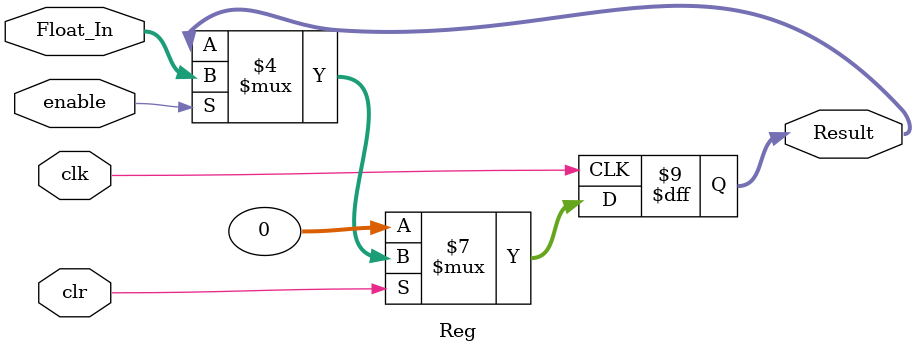
<source format=v>
module Reg (
    Result,Float_In,clk,clr,enable
);
    input wire clk,clr,enable;
    input wire [31:0] Float_In;
    output reg [31:0] Result;


    always @(posedge clk) begin
        if(~clr) Result <= 32'b0;
        else if (enable) Result <= Float_In;
        else Result <= Result;
    end

endmodule
</source>
